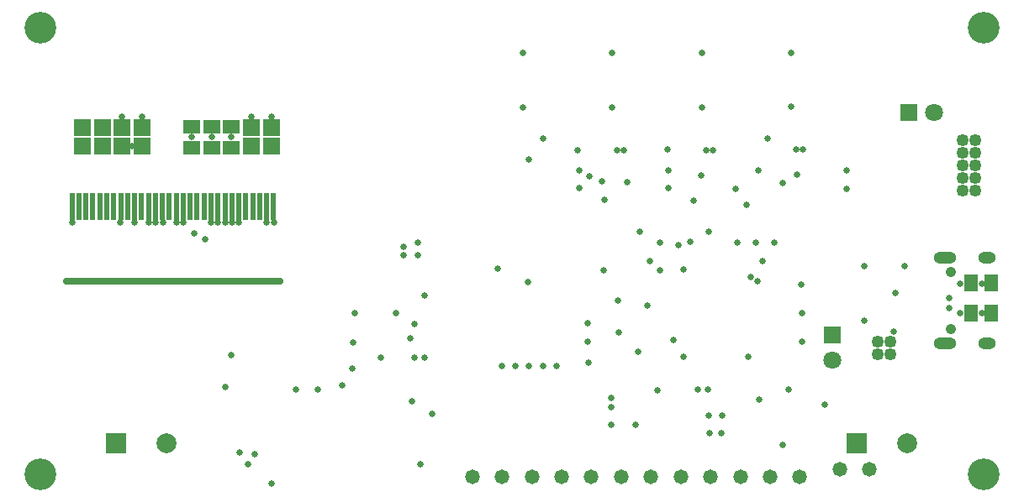
<source format=gbs>
G04*
G04 #@! TF.GenerationSoftware,Altium Limited,Altium Designer,21.0.8 (223)*
G04*
G04 Layer_Color=16711935*
%FSLAX44Y44*%
%MOMM*%
G71*
G04*
G04 #@! TF.SameCoordinates,9BFC2460-0098-4CE8-B359-2686C5D326B4*
G04*
G04*
G04 #@! TF.FilePolarity,Negative*
G04*
G01*
G75*
%ADD40R,1.7032X1.4032*%
%ADD41R,1.4032X1.7032*%
%ADD44R,1.7032X1.6532*%
%ADD61C,3.2032*%
%ADD62C,1.2532*%
%ADD63C,1.8032*%
%ADD64R,1.8032X1.8032*%
%ADD65O,1.8032X1.2032*%
%ADD66O,2.3032X1.2032*%
%ADD67C,1.0532*%
%ADD68R,2.0032X2.0032*%
%ADD69C,2.0032*%
%ADD70R,1.8032X1.8032*%
%ADD71O,22.2032X0.7032*%
%ADD72C,1.4732*%
%ADD73C,0.6532*%
%ADD112R,0.6032X2.7032*%
D40*
X217500Y354500D02*
D03*
Y375500D02*
D03*
X177500Y354500D02*
D03*
Y375500D02*
D03*
X197500Y354500D02*
D03*
Y375500D02*
D03*
D41*
X962000Y217500D02*
D03*
X983000D02*
D03*
X962000Y187500D02*
D03*
X983000D02*
D03*
D44*
X237500Y374250D02*
D03*
Y355750D02*
D03*
X257500Y374250D02*
D03*
Y355750D02*
D03*
X87500D02*
D03*
Y374250D02*
D03*
X67500D02*
D03*
Y355750D02*
D03*
X127500Y374250D02*
D03*
Y355750D02*
D03*
X107500D02*
D03*
Y374250D02*
D03*
D61*
X25000Y25000D02*
D03*
X975000D02*
D03*
Y475000D02*
D03*
X25000D02*
D03*
D62*
X966350Y310909D02*
D03*
Y323609D02*
D03*
X953650Y310909D02*
D03*
Y323609D02*
D03*
X966350Y336309D02*
D03*
Y349009D02*
D03*
X953650Y336309D02*
D03*
Y349009D02*
D03*
X966350Y361709D02*
D03*
X953650D02*
D03*
X868426Y159004D02*
D03*
X881126D02*
D03*
X868426Y146304D02*
D03*
X881126D02*
D03*
D63*
X925200Y390000D02*
D03*
X822500Y139800D02*
D03*
D64*
X899800Y390000D02*
D03*
D65*
X978200Y156800D02*
D03*
Y243200D02*
D03*
D66*
X936400D02*
D03*
Y156800D02*
D03*
D67*
X941700Y228900D02*
D03*
Y171100D02*
D03*
D68*
X847600Y55880D02*
D03*
X101600D02*
D03*
D69*
X898400D02*
D03*
X152400D02*
D03*
D70*
X822500Y165200D02*
D03*
D71*
X158450Y219760D02*
D03*
D72*
X460000Y22500D02*
D03*
X490000D02*
D03*
X520000D02*
D03*
X550000D02*
D03*
X580000D02*
D03*
X610000D02*
D03*
X640000D02*
D03*
X670000D02*
D03*
X700000D02*
D03*
X730000D02*
D03*
X760000D02*
D03*
X790000D02*
D03*
X830000Y30000D02*
D03*
X860000D02*
D03*
D73*
X815000Y95000D02*
D03*
X606806Y200152D02*
D03*
X234188Y35306D02*
D03*
X241046Y44958D02*
D03*
X225500Y47296D02*
D03*
X401828Y142748D02*
D03*
X368345Y142520D02*
D03*
X725170Y312928D02*
D03*
X786892Y326898D02*
D03*
X772922Y318262D02*
D03*
X837184Y312928D02*
D03*
Y331470D02*
D03*
X792988Y352298D02*
D03*
X786638D02*
D03*
X517398Y133858D02*
D03*
X531114D02*
D03*
X503682D02*
D03*
X544830D02*
D03*
X489966D02*
D03*
X973074Y217424D02*
D03*
Y187198D02*
D03*
X886206Y207518D02*
D03*
X884682Y168402D02*
D03*
X854710Y179832D02*
D03*
Y235204D02*
D03*
X726694Y258826D02*
D03*
X764540Y258572D02*
D03*
X745490D02*
D03*
X679196Y259080D02*
D03*
X683006Y301244D02*
D03*
X657860Y313436D02*
D03*
Y331724D02*
D03*
X612648Y352044D02*
D03*
X656336Y352298D02*
D03*
X702564Y352044D02*
D03*
X695960D02*
D03*
X757428Y363220D02*
D03*
X747776Y331724D02*
D03*
X780796Y395478D02*
D03*
Y450088D02*
D03*
X691134Y395224D02*
D03*
Y449834D02*
D03*
X600964Y395224D02*
D03*
Y449834D02*
D03*
X117625Y355750D02*
D03*
X56896Y278638D02*
D03*
X105918D02*
D03*
X120142D02*
D03*
X134366D02*
D03*
X140970D02*
D03*
X162052D02*
D03*
X168910D02*
D03*
X196850D02*
D03*
X203962D02*
D03*
X211074D02*
D03*
X260096D02*
D03*
X252984D02*
D03*
X225044D02*
D03*
X217932D02*
D03*
X107442Y385572D02*
D03*
X127508D02*
D03*
X237236D02*
D03*
X257556D02*
D03*
X217424Y365252D02*
D03*
X791718Y216408D02*
D03*
X791972Y158242D02*
D03*
Y187452D02*
D03*
X748792Y99822D02*
D03*
X711708Y84074D02*
D03*
X698246Y84328D02*
D03*
X687070Y109982D02*
D03*
X628396Y269748D02*
D03*
X593090Y301498D02*
D03*
X567944Y313690D02*
D03*
X577850Y325120D02*
D03*
X606298Y352044D02*
D03*
X566166Y351536D02*
D03*
X567944Y331470D02*
D03*
X531114Y363220D02*
D03*
X517144Y342646D02*
D03*
X511048Y449834D02*
D03*
Y395224D02*
D03*
X217678Y145034D02*
D03*
X401828Y176784D02*
D03*
X383032Y187706D02*
D03*
X516128Y218440D02*
D03*
X607568Y167640D02*
D03*
X485394Y232664D02*
D03*
X895604Y235204D02*
D03*
X951484Y217424D02*
D03*
Y187198D02*
D03*
X258318Y15240D02*
D03*
X419608Y85852D02*
D03*
X328930Y114554D02*
D03*
X646938Y109728D02*
D03*
X696976Y109982D02*
D03*
X778256D02*
D03*
X772922Y54864D02*
D03*
X710692Y66040D02*
D03*
X699008D02*
D03*
X624840Y75184D02*
D03*
X600202Y74930D02*
D03*
X747522Y219964D02*
D03*
X737616Y143002D02*
D03*
X672592D02*
D03*
X407670Y35052D02*
D03*
X662305Y160020D02*
D03*
X599694Y92964D02*
D03*
X599948Y101600D02*
D03*
X627380Y148082D02*
D03*
X672465Y231394D02*
D03*
X405003Y245999D02*
D03*
X405257Y258699D02*
D03*
X649478Y258572D02*
D03*
X391033Y245872D02*
D03*
X390906Y254508D02*
D03*
X148336Y279019D02*
D03*
X179832Y267716D02*
D03*
X191389Y262287D02*
D03*
X667639Y255905D02*
D03*
X649478Y230886D02*
D03*
X636270Y194818D02*
D03*
X576072Y177038D02*
D03*
X698246Y269240D02*
D03*
X197612Y365252D02*
D03*
X177546D02*
D03*
X576834Y137254D02*
D03*
X592582Y230886D02*
D03*
X576326Y158242D02*
D03*
X638556Y240030D02*
D03*
X411734Y204978D02*
D03*
X411988Y142494D02*
D03*
X399288Y98806D02*
D03*
X397510Y162052D02*
D03*
X341630Y187452D02*
D03*
X340360Y157734D02*
D03*
X338836Y131572D02*
D03*
X304800Y110744D02*
D03*
X282194D02*
D03*
X211582Y112522D02*
D03*
X736250Y296375D02*
D03*
X690372Y326644D02*
D03*
X615950Y319786D02*
D03*
X740410Y223520D02*
D03*
X752348Y240284D02*
D03*
X590550Y320040D02*
D03*
X940344Y202438D02*
D03*
X940562Y192532D02*
D03*
D112*
X259950Y294760D02*
D03*
X238950D02*
D03*
X196950D02*
D03*
X175950D02*
D03*
X217950D02*
D03*
X119950D02*
D03*
X140950D02*
D03*
X98950D02*
D03*
X252950D02*
D03*
X245950D02*
D03*
X231950D02*
D03*
X224950D02*
D03*
X203950D02*
D03*
X210950D02*
D03*
X189950D02*
D03*
X182950D02*
D03*
X161950D02*
D03*
X168950D02*
D03*
X154950D02*
D03*
X147950D02*
D03*
X126950D02*
D03*
X133950D02*
D03*
X112950D02*
D03*
X105950D02*
D03*
X91950D02*
D03*
X56950D02*
D03*
X84950D02*
D03*
X63950D02*
D03*
X70950D02*
D03*
X77950D02*
D03*
M02*

</source>
